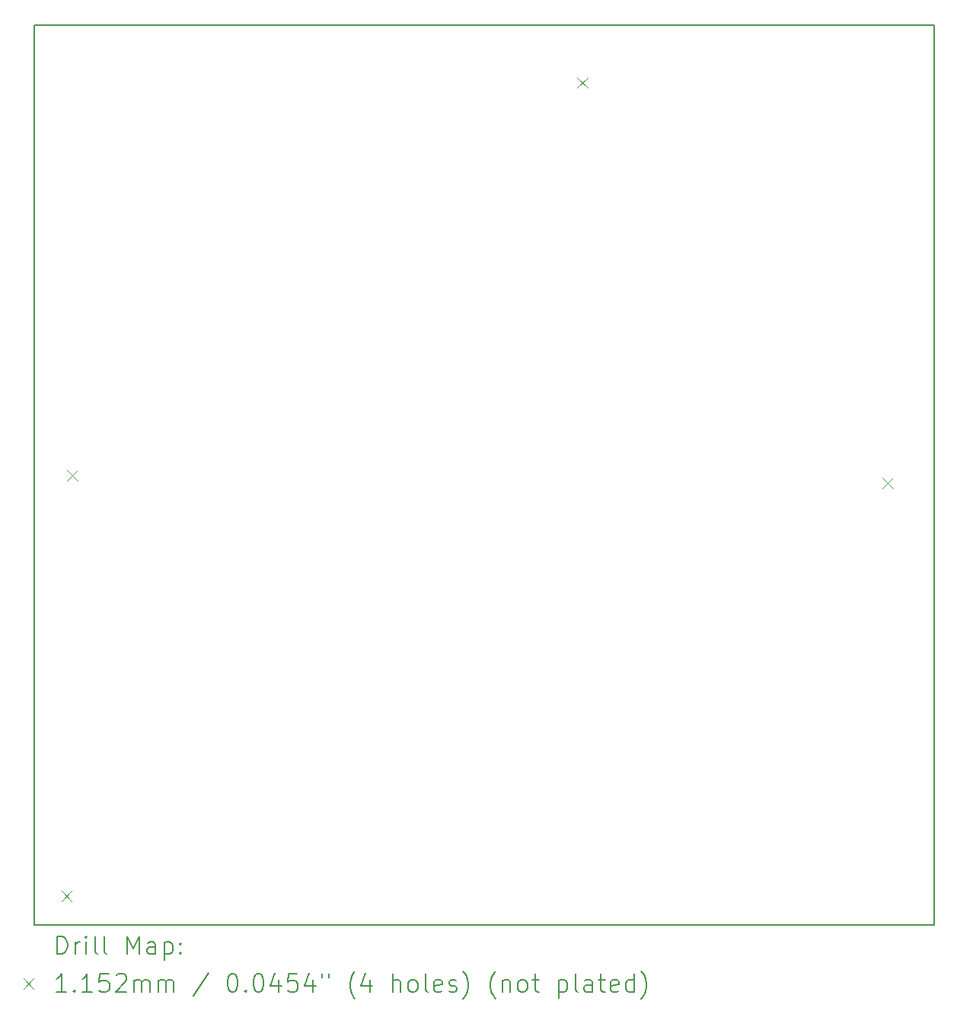
<source format=gbr>
%TF.GenerationSoftware,KiCad,Pcbnew,8.0.8-8.0.8-0~ubuntu24.04.1*%
%TF.CreationDate,2025-01-18T17:05:32+01:00*%
%TF.ProjectId,rf_lna,72665f6c-6e61-42e6-9b69-6361645f7063,rev?*%
%TF.SameCoordinates,Original*%
%TF.FileFunction,Drillmap*%
%TF.FilePolarity,Positive*%
%FSLAX45Y45*%
G04 Gerber Fmt 4.5, Leading zero omitted, Abs format (unit mm)*
G04 Created by KiCad (PCBNEW 8.0.8-8.0.8-0~ubuntu24.04.1) date 2025-01-18 17:05:32*
%MOMM*%
%LPD*%
G01*
G04 APERTURE LIST*
%ADD10C,0.200000*%
%ADD11C,0.115200*%
G04 APERTURE END LIST*
D10*
X5000000Y-5000000D02*
X15000000Y-5000000D01*
X15000000Y-15000000D01*
X5000000Y-15000000D01*
X5000000Y-5000000D01*
D11*
X5298400Y-14619400D02*
X5413600Y-14734600D01*
X5413600Y-14619400D02*
X5298400Y-14734600D01*
X5364400Y-9946400D02*
X5479600Y-10061600D01*
X5479600Y-9946400D02*
X5364400Y-10061600D01*
X11035400Y-5580400D02*
X11150600Y-5695600D01*
X11150600Y-5580400D02*
X11035400Y-5695600D01*
X14428400Y-10029400D02*
X14543600Y-10144600D01*
X14543600Y-10029400D02*
X14428400Y-10144600D01*
D10*
X5250777Y-15321484D02*
X5250777Y-15121484D01*
X5250777Y-15121484D02*
X5298396Y-15121484D01*
X5298396Y-15121484D02*
X5326967Y-15131008D01*
X5326967Y-15131008D02*
X5346015Y-15150055D01*
X5346015Y-15150055D02*
X5355539Y-15169103D01*
X5355539Y-15169103D02*
X5365063Y-15207198D01*
X5365063Y-15207198D02*
X5365063Y-15235769D01*
X5365063Y-15235769D02*
X5355539Y-15273865D01*
X5355539Y-15273865D02*
X5346015Y-15292912D01*
X5346015Y-15292912D02*
X5326967Y-15311960D01*
X5326967Y-15311960D02*
X5298396Y-15321484D01*
X5298396Y-15321484D02*
X5250777Y-15321484D01*
X5450777Y-15321484D02*
X5450777Y-15188150D01*
X5450777Y-15226246D02*
X5460301Y-15207198D01*
X5460301Y-15207198D02*
X5469824Y-15197674D01*
X5469824Y-15197674D02*
X5488872Y-15188150D01*
X5488872Y-15188150D02*
X5507920Y-15188150D01*
X5574586Y-15321484D02*
X5574586Y-15188150D01*
X5574586Y-15121484D02*
X5565063Y-15131008D01*
X5565063Y-15131008D02*
X5574586Y-15140531D01*
X5574586Y-15140531D02*
X5584110Y-15131008D01*
X5584110Y-15131008D02*
X5574586Y-15121484D01*
X5574586Y-15121484D02*
X5574586Y-15140531D01*
X5698396Y-15321484D02*
X5679348Y-15311960D01*
X5679348Y-15311960D02*
X5669824Y-15292912D01*
X5669824Y-15292912D02*
X5669824Y-15121484D01*
X5803158Y-15321484D02*
X5784110Y-15311960D01*
X5784110Y-15311960D02*
X5774586Y-15292912D01*
X5774586Y-15292912D02*
X5774586Y-15121484D01*
X6031729Y-15321484D02*
X6031729Y-15121484D01*
X6031729Y-15121484D02*
X6098396Y-15264341D01*
X6098396Y-15264341D02*
X6165062Y-15121484D01*
X6165062Y-15121484D02*
X6165062Y-15321484D01*
X6346015Y-15321484D02*
X6346015Y-15216722D01*
X6346015Y-15216722D02*
X6336491Y-15197674D01*
X6336491Y-15197674D02*
X6317443Y-15188150D01*
X6317443Y-15188150D02*
X6279348Y-15188150D01*
X6279348Y-15188150D02*
X6260301Y-15197674D01*
X6346015Y-15311960D02*
X6326967Y-15321484D01*
X6326967Y-15321484D02*
X6279348Y-15321484D01*
X6279348Y-15321484D02*
X6260301Y-15311960D01*
X6260301Y-15311960D02*
X6250777Y-15292912D01*
X6250777Y-15292912D02*
X6250777Y-15273865D01*
X6250777Y-15273865D02*
X6260301Y-15254817D01*
X6260301Y-15254817D02*
X6279348Y-15245293D01*
X6279348Y-15245293D02*
X6326967Y-15245293D01*
X6326967Y-15245293D02*
X6346015Y-15235769D01*
X6441253Y-15188150D02*
X6441253Y-15388150D01*
X6441253Y-15197674D02*
X6460301Y-15188150D01*
X6460301Y-15188150D02*
X6498396Y-15188150D01*
X6498396Y-15188150D02*
X6517443Y-15197674D01*
X6517443Y-15197674D02*
X6526967Y-15207198D01*
X6526967Y-15207198D02*
X6536491Y-15226246D01*
X6536491Y-15226246D02*
X6536491Y-15283388D01*
X6536491Y-15283388D02*
X6526967Y-15302436D01*
X6526967Y-15302436D02*
X6517443Y-15311960D01*
X6517443Y-15311960D02*
X6498396Y-15321484D01*
X6498396Y-15321484D02*
X6460301Y-15321484D01*
X6460301Y-15321484D02*
X6441253Y-15311960D01*
X6622205Y-15302436D02*
X6631729Y-15311960D01*
X6631729Y-15311960D02*
X6622205Y-15321484D01*
X6622205Y-15321484D02*
X6612682Y-15311960D01*
X6612682Y-15311960D02*
X6622205Y-15302436D01*
X6622205Y-15302436D02*
X6622205Y-15321484D01*
X6622205Y-15197674D02*
X6631729Y-15207198D01*
X6631729Y-15207198D02*
X6622205Y-15216722D01*
X6622205Y-15216722D02*
X6612682Y-15207198D01*
X6612682Y-15207198D02*
X6622205Y-15197674D01*
X6622205Y-15197674D02*
X6622205Y-15216722D01*
D11*
X4874800Y-15592400D02*
X4990000Y-15707600D01*
X4990000Y-15592400D02*
X4874800Y-15707600D01*
D10*
X5355539Y-15741484D02*
X5241253Y-15741484D01*
X5298396Y-15741484D02*
X5298396Y-15541484D01*
X5298396Y-15541484D02*
X5279348Y-15570055D01*
X5279348Y-15570055D02*
X5260301Y-15589103D01*
X5260301Y-15589103D02*
X5241253Y-15598627D01*
X5441253Y-15722436D02*
X5450777Y-15731960D01*
X5450777Y-15731960D02*
X5441253Y-15741484D01*
X5441253Y-15741484D02*
X5431729Y-15731960D01*
X5431729Y-15731960D02*
X5441253Y-15722436D01*
X5441253Y-15722436D02*
X5441253Y-15741484D01*
X5641253Y-15741484D02*
X5526967Y-15741484D01*
X5584110Y-15741484D02*
X5584110Y-15541484D01*
X5584110Y-15541484D02*
X5565063Y-15570055D01*
X5565063Y-15570055D02*
X5546015Y-15589103D01*
X5546015Y-15589103D02*
X5526967Y-15598627D01*
X5822205Y-15541484D02*
X5726967Y-15541484D01*
X5726967Y-15541484D02*
X5717443Y-15636722D01*
X5717443Y-15636722D02*
X5726967Y-15627198D01*
X5726967Y-15627198D02*
X5746015Y-15617674D01*
X5746015Y-15617674D02*
X5793634Y-15617674D01*
X5793634Y-15617674D02*
X5812682Y-15627198D01*
X5812682Y-15627198D02*
X5822205Y-15636722D01*
X5822205Y-15636722D02*
X5831729Y-15655769D01*
X5831729Y-15655769D02*
X5831729Y-15703388D01*
X5831729Y-15703388D02*
X5822205Y-15722436D01*
X5822205Y-15722436D02*
X5812682Y-15731960D01*
X5812682Y-15731960D02*
X5793634Y-15741484D01*
X5793634Y-15741484D02*
X5746015Y-15741484D01*
X5746015Y-15741484D02*
X5726967Y-15731960D01*
X5726967Y-15731960D02*
X5717443Y-15722436D01*
X5907920Y-15560531D02*
X5917443Y-15551008D01*
X5917443Y-15551008D02*
X5936491Y-15541484D01*
X5936491Y-15541484D02*
X5984110Y-15541484D01*
X5984110Y-15541484D02*
X6003158Y-15551008D01*
X6003158Y-15551008D02*
X6012682Y-15560531D01*
X6012682Y-15560531D02*
X6022205Y-15579579D01*
X6022205Y-15579579D02*
X6022205Y-15598627D01*
X6022205Y-15598627D02*
X6012682Y-15627198D01*
X6012682Y-15627198D02*
X5898396Y-15741484D01*
X5898396Y-15741484D02*
X6022205Y-15741484D01*
X6107920Y-15741484D02*
X6107920Y-15608150D01*
X6107920Y-15627198D02*
X6117443Y-15617674D01*
X6117443Y-15617674D02*
X6136491Y-15608150D01*
X6136491Y-15608150D02*
X6165063Y-15608150D01*
X6165063Y-15608150D02*
X6184110Y-15617674D01*
X6184110Y-15617674D02*
X6193634Y-15636722D01*
X6193634Y-15636722D02*
X6193634Y-15741484D01*
X6193634Y-15636722D02*
X6203158Y-15617674D01*
X6203158Y-15617674D02*
X6222205Y-15608150D01*
X6222205Y-15608150D02*
X6250777Y-15608150D01*
X6250777Y-15608150D02*
X6269824Y-15617674D01*
X6269824Y-15617674D02*
X6279348Y-15636722D01*
X6279348Y-15636722D02*
X6279348Y-15741484D01*
X6374586Y-15741484D02*
X6374586Y-15608150D01*
X6374586Y-15627198D02*
X6384110Y-15617674D01*
X6384110Y-15617674D02*
X6403158Y-15608150D01*
X6403158Y-15608150D02*
X6431729Y-15608150D01*
X6431729Y-15608150D02*
X6450777Y-15617674D01*
X6450777Y-15617674D02*
X6460301Y-15636722D01*
X6460301Y-15636722D02*
X6460301Y-15741484D01*
X6460301Y-15636722D02*
X6469824Y-15617674D01*
X6469824Y-15617674D02*
X6488872Y-15608150D01*
X6488872Y-15608150D02*
X6517443Y-15608150D01*
X6517443Y-15608150D02*
X6536491Y-15617674D01*
X6536491Y-15617674D02*
X6546015Y-15636722D01*
X6546015Y-15636722D02*
X6546015Y-15741484D01*
X6936491Y-15531960D02*
X6765063Y-15789103D01*
X7193634Y-15541484D02*
X7212682Y-15541484D01*
X7212682Y-15541484D02*
X7231729Y-15551008D01*
X7231729Y-15551008D02*
X7241253Y-15560531D01*
X7241253Y-15560531D02*
X7250777Y-15579579D01*
X7250777Y-15579579D02*
X7260301Y-15617674D01*
X7260301Y-15617674D02*
X7260301Y-15665293D01*
X7260301Y-15665293D02*
X7250777Y-15703388D01*
X7250777Y-15703388D02*
X7241253Y-15722436D01*
X7241253Y-15722436D02*
X7231729Y-15731960D01*
X7231729Y-15731960D02*
X7212682Y-15741484D01*
X7212682Y-15741484D02*
X7193634Y-15741484D01*
X7193634Y-15741484D02*
X7174586Y-15731960D01*
X7174586Y-15731960D02*
X7165063Y-15722436D01*
X7165063Y-15722436D02*
X7155539Y-15703388D01*
X7155539Y-15703388D02*
X7146015Y-15665293D01*
X7146015Y-15665293D02*
X7146015Y-15617674D01*
X7146015Y-15617674D02*
X7155539Y-15579579D01*
X7155539Y-15579579D02*
X7165063Y-15560531D01*
X7165063Y-15560531D02*
X7174586Y-15551008D01*
X7174586Y-15551008D02*
X7193634Y-15541484D01*
X7346015Y-15722436D02*
X7355539Y-15731960D01*
X7355539Y-15731960D02*
X7346015Y-15741484D01*
X7346015Y-15741484D02*
X7336491Y-15731960D01*
X7336491Y-15731960D02*
X7346015Y-15722436D01*
X7346015Y-15722436D02*
X7346015Y-15741484D01*
X7479348Y-15541484D02*
X7498396Y-15541484D01*
X7498396Y-15541484D02*
X7517444Y-15551008D01*
X7517444Y-15551008D02*
X7526967Y-15560531D01*
X7526967Y-15560531D02*
X7536491Y-15579579D01*
X7536491Y-15579579D02*
X7546015Y-15617674D01*
X7546015Y-15617674D02*
X7546015Y-15665293D01*
X7546015Y-15665293D02*
X7536491Y-15703388D01*
X7536491Y-15703388D02*
X7526967Y-15722436D01*
X7526967Y-15722436D02*
X7517444Y-15731960D01*
X7517444Y-15731960D02*
X7498396Y-15741484D01*
X7498396Y-15741484D02*
X7479348Y-15741484D01*
X7479348Y-15741484D02*
X7460301Y-15731960D01*
X7460301Y-15731960D02*
X7450777Y-15722436D01*
X7450777Y-15722436D02*
X7441253Y-15703388D01*
X7441253Y-15703388D02*
X7431729Y-15665293D01*
X7431729Y-15665293D02*
X7431729Y-15617674D01*
X7431729Y-15617674D02*
X7441253Y-15579579D01*
X7441253Y-15579579D02*
X7450777Y-15560531D01*
X7450777Y-15560531D02*
X7460301Y-15551008D01*
X7460301Y-15551008D02*
X7479348Y-15541484D01*
X7717444Y-15608150D02*
X7717444Y-15741484D01*
X7669825Y-15531960D02*
X7622206Y-15674817D01*
X7622206Y-15674817D02*
X7746015Y-15674817D01*
X7917444Y-15541484D02*
X7822206Y-15541484D01*
X7822206Y-15541484D02*
X7812682Y-15636722D01*
X7812682Y-15636722D02*
X7822206Y-15627198D01*
X7822206Y-15627198D02*
X7841253Y-15617674D01*
X7841253Y-15617674D02*
X7888872Y-15617674D01*
X7888872Y-15617674D02*
X7907920Y-15627198D01*
X7907920Y-15627198D02*
X7917444Y-15636722D01*
X7917444Y-15636722D02*
X7926967Y-15655769D01*
X7926967Y-15655769D02*
X7926967Y-15703388D01*
X7926967Y-15703388D02*
X7917444Y-15722436D01*
X7917444Y-15722436D02*
X7907920Y-15731960D01*
X7907920Y-15731960D02*
X7888872Y-15741484D01*
X7888872Y-15741484D02*
X7841253Y-15741484D01*
X7841253Y-15741484D02*
X7822206Y-15731960D01*
X7822206Y-15731960D02*
X7812682Y-15722436D01*
X8098396Y-15608150D02*
X8098396Y-15741484D01*
X8050777Y-15531960D02*
X8003158Y-15674817D01*
X8003158Y-15674817D02*
X8126967Y-15674817D01*
X8193634Y-15541484D02*
X8193634Y-15579579D01*
X8269825Y-15541484D02*
X8269825Y-15579579D01*
X8565063Y-15817674D02*
X8555539Y-15808150D01*
X8555539Y-15808150D02*
X8536491Y-15779579D01*
X8536491Y-15779579D02*
X8526968Y-15760531D01*
X8526968Y-15760531D02*
X8517444Y-15731960D01*
X8517444Y-15731960D02*
X8507920Y-15684341D01*
X8507920Y-15684341D02*
X8507920Y-15646246D01*
X8507920Y-15646246D02*
X8517444Y-15598627D01*
X8517444Y-15598627D02*
X8526968Y-15570055D01*
X8526968Y-15570055D02*
X8536491Y-15551008D01*
X8536491Y-15551008D02*
X8555539Y-15522436D01*
X8555539Y-15522436D02*
X8565063Y-15512912D01*
X8726968Y-15608150D02*
X8726968Y-15741484D01*
X8679349Y-15531960D02*
X8631730Y-15674817D01*
X8631730Y-15674817D02*
X8755539Y-15674817D01*
X8984111Y-15741484D02*
X8984111Y-15541484D01*
X9069825Y-15741484D02*
X9069825Y-15636722D01*
X9069825Y-15636722D02*
X9060301Y-15617674D01*
X9060301Y-15617674D02*
X9041253Y-15608150D01*
X9041253Y-15608150D02*
X9012682Y-15608150D01*
X9012682Y-15608150D02*
X8993634Y-15617674D01*
X8993634Y-15617674D02*
X8984111Y-15627198D01*
X9193634Y-15741484D02*
X9174587Y-15731960D01*
X9174587Y-15731960D02*
X9165063Y-15722436D01*
X9165063Y-15722436D02*
X9155539Y-15703388D01*
X9155539Y-15703388D02*
X9155539Y-15646246D01*
X9155539Y-15646246D02*
X9165063Y-15627198D01*
X9165063Y-15627198D02*
X9174587Y-15617674D01*
X9174587Y-15617674D02*
X9193634Y-15608150D01*
X9193634Y-15608150D02*
X9222206Y-15608150D01*
X9222206Y-15608150D02*
X9241253Y-15617674D01*
X9241253Y-15617674D02*
X9250777Y-15627198D01*
X9250777Y-15627198D02*
X9260301Y-15646246D01*
X9260301Y-15646246D02*
X9260301Y-15703388D01*
X9260301Y-15703388D02*
X9250777Y-15722436D01*
X9250777Y-15722436D02*
X9241253Y-15731960D01*
X9241253Y-15731960D02*
X9222206Y-15741484D01*
X9222206Y-15741484D02*
X9193634Y-15741484D01*
X9374587Y-15741484D02*
X9355539Y-15731960D01*
X9355539Y-15731960D02*
X9346015Y-15712912D01*
X9346015Y-15712912D02*
X9346015Y-15541484D01*
X9526968Y-15731960D02*
X9507920Y-15741484D01*
X9507920Y-15741484D02*
X9469825Y-15741484D01*
X9469825Y-15741484D02*
X9450777Y-15731960D01*
X9450777Y-15731960D02*
X9441253Y-15712912D01*
X9441253Y-15712912D02*
X9441253Y-15636722D01*
X9441253Y-15636722D02*
X9450777Y-15617674D01*
X9450777Y-15617674D02*
X9469825Y-15608150D01*
X9469825Y-15608150D02*
X9507920Y-15608150D01*
X9507920Y-15608150D02*
X9526968Y-15617674D01*
X9526968Y-15617674D02*
X9536492Y-15636722D01*
X9536492Y-15636722D02*
X9536492Y-15655769D01*
X9536492Y-15655769D02*
X9441253Y-15674817D01*
X9612682Y-15731960D02*
X9631730Y-15741484D01*
X9631730Y-15741484D02*
X9669825Y-15741484D01*
X9669825Y-15741484D02*
X9688873Y-15731960D01*
X9688873Y-15731960D02*
X9698396Y-15712912D01*
X9698396Y-15712912D02*
X9698396Y-15703388D01*
X9698396Y-15703388D02*
X9688873Y-15684341D01*
X9688873Y-15684341D02*
X9669825Y-15674817D01*
X9669825Y-15674817D02*
X9641253Y-15674817D01*
X9641253Y-15674817D02*
X9622206Y-15665293D01*
X9622206Y-15665293D02*
X9612682Y-15646246D01*
X9612682Y-15646246D02*
X9612682Y-15636722D01*
X9612682Y-15636722D02*
X9622206Y-15617674D01*
X9622206Y-15617674D02*
X9641253Y-15608150D01*
X9641253Y-15608150D02*
X9669825Y-15608150D01*
X9669825Y-15608150D02*
X9688873Y-15617674D01*
X9765063Y-15817674D02*
X9774587Y-15808150D01*
X9774587Y-15808150D02*
X9793634Y-15779579D01*
X9793634Y-15779579D02*
X9803158Y-15760531D01*
X9803158Y-15760531D02*
X9812682Y-15731960D01*
X9812682Y-15731960D02*
X9822206Y-15684341D01*
X9822206Y-15684341D02*
X9822206Y-15646246D01*
X9822206Y-15646246D02*
X9812682Y-15598627D01*
X9812682Y-15598627D02*
X9803158Y-15570055D01*
X9803158Y-15570055D02*
X9793634Y-15551008D01*
X9793634Y-15551008D02*
X9774587Y-15522436D01*
X9774587Y-15522436D02*
X9765063Y-15512912D01*
X10126968Y-15817674D02*
X10117444Y-15808150D01*
X10117444Y-15808150D02*
X10098396Y-15779579D01*
X10098396Y-15779579D02*
X10088873Y-15760531D01*
X10088873Y-15760531D02*
X10079349Y-15731960D01*
X10079349Y-15731960D02*
X10069825Y-15684341D01*
X10069825Y-15684341D02*
X10069825Y-15646246D01*
X10069825Y-15646246D02*
X10079349Y-15598627D01*
X10079349Y-15598627D02*
X10088873Y-15570055D01*
X10088873Y-15570055D02*
X10098396Y-15551008D01*
X10098396Y-15551008D02*
X10117444Y-15522436D01*
X10117444Y-15522436D02*
X10126968Y-15512912D01*
X10203158Y-15608150D02*
X10203158Y-15741484D01*
X10203158Y-15627198D02*
X10212682Y-15617674D01*
X10212682Y-15617674D02*
X10231730Y-15608150D01*
X10231730Y-15608150D02*
X10260301Y-15608150D01*
X10260301Y-15608150D02*
X10279349Y-15617674D01*
X10279349Y-15617674D02*
X10288873Y-15636722D01*
X10288873Y-15636722D02*
X10288873Y-15741484D01*
X10412682Y-15741484D02*
X10393634Y-15731960D01*
X10393634Y-15731960D02*
X10384111Y-15722436D01*
X10384111Y-15722436D02*
X10374587Y-15703388D01*
X10374587Y-15703388D02*
X10374587Y-15646246D01*
X10374587Y-15646246D02*
X10384111Y-15627198D01*
X10384111Y-15627198D02*
X10393634Y-15617674D01*
X10393634Y-15617674D02*
X10412682Y-15608150D01*
X10412682Y-15608150D02*
X10441254Y-15608150D01*
X10441254Y-15608150D02*
X10460301Y-15617674D01*
X10460301Y-15617674D02*
X10469825Y-15627198D01*
X10469825Y-15627198D02*
X10479349Y-15646246D01*
X10479349Y-15646246D02*
X10479349Y-15703388D01*
X10479349Y-15703388D02*
X10469825Y-15722436D01*
X10469825Y-15722436D02*
X10460301Y-15731960D01*
X10460301Y-15731960D02*
X10441254Y-15741484D01*
X10441254Y-15741484D02*
X10412682Y-15741484D01*
X10536492Y-15608150D02*
X10612682Y-15608150D01*
X10565063Y-15541484D02*
X10565063Y-15712912D01*
X10565063Y-15712912D02*
X10574587Y-15731960D01*
X10574587Y-15731960D02*
X10593634Y-15741484D01*
X10593634Y-15741484D02*
X10612682Y-15741484D01*
X10831730Y-15608150D02*
X10831730Y-15808150D01*
X10831730Y-15617674D02*
X10850777Y-15608150D01*
X10850777Y-15608150D02*
X10888873Y-15608150D01*
X10888873Y-15608150D02*
X10907920Y-15617674D01*
X10907920Y-15617674D02*
X10917444Y-15627198D01*
X10917444Y-15627198D02*
X10926968Y-15646246D01*
X10926968Y-15646246D02*
X10926968Y-15703388D01*
X10926968Y-15703388D02*
X10917444Y-15722436D01*
X10917444Y-15722436D02*
X10907920Y-15731960D01*
X10907920Y-15731960D02*
X10888873Y-15741484D01*
X10888873Y-15741484D02*
X10850777Y-15741484D01*
X10850777Y-15741484D02*
X10831730Y-15731960D01*
X11041254Y-15741484D02*
X11022206Y-15731960D01*
X11022206Y-15731960D02*
X11012682Y-15712912D01*
X11012682Y-15712912D02*
X11012682Y-15541484D01*
X11203158Y-15741484D02*
X11203158Y-15636722D01*
X11203158Y-15636722D02*
X11193634Y-15617674D01*
X11193634Y-15617674D02*
X11174587Y-15608150D01*
X11174587Y-15608150D02*
X11136492Y-15608150D01*
X11136492Y-15608150D02*
X11117444Y-15617674D01*
X11203158Y-15731960D02*
X11184111Y-15741484D01*
X11184111Y-15741484D02*
X11136492Y-15741484D01*
X11136492Y-15741484D02*
X11117444Y-15731960D01*
X11117444Y-15731960D02*
X11107920Y-15712912D01*
X11107920Y-15712912D02*
X11107920Y-15693865D01*
X11107920Y-15693865D02*
X11117444Y-15674817D01*
X11117444Y-15674817D02*
X11136492Y-15665293D01*
X11136492Y-15665293D02*
X11184111Y-15665293D01*
X11184111Y-15665293D02*
X11203158Y-15655769D01*
X11269825Y-15608150D02*
X11346015Y-15608150D01*
X11298396Y-15541484D02*
X11298396Y-15712912D01*
X11298396Y-15712912D02*
X11307920Y-15731960D01*
X11307920Y-15731960D02*
X11326968Y-15741484D01*
X11326968Y-15741484D02*
X11346015Y-15741484D01*
X11488873Y-15731960D02*
X11469825Y-15741484D01*
X11469825Y-15741484D02*
X11431730Y-15741484D01*
X11431730Y-15741484D02*
X11412682Y-15731960D01*
X11412682Y-15731960D02*
X11403158Y-15712912D01*
X11403158Y-15712912D02*
X11403158Y-15636722D01*
X11403158Y-15636722D02*
X11412682Y-15617674D01*
X11412682Y-15617674D02*
X11431730Y-15608150D01*
X11431730Y-15608150D02*
X11469825Y-15608150D01*
X11469825Y-15608150D02*
X11488873Y-15617674D01*
X11488873Y-15617674D02*
X11498396Y-15636722D01*
X11498396Y-15636722D02*
X11498396Y-15655769D01*
X11498396Y-15655769D02*
X11403158Y-15674817D01*
X11669825Y-15741484D02*
X11669825Y-15541484D01*
X11669825Y-15731960D02*
X11650777Y-15741484D01*
X11650777Y-15741484D02*
X11612682Y-15741484D01*
X11612682Y-15741484D02*
X11593634Y-15731960D01*
X11593634Y-15731960D02*
X11584111Y-15722436D01*
X11584111Y-15722436D02*
X11574587Y-15703388D01*
X11574587Y-15703388D02*
X11574587Y-15646246D01*
X11574587Y-15646246D02*
X11584111Y-15627198D01*
X11584111Y-15627198D02*
X11593634Y-15617674D01*
X11593634Y-15617674D02*
X11612682Y-15608150D01*
X11612682Y-15608150D02*
X11650777Y-15608150D01*
X11650777Y-15608150D02*
X11669825Y-15617674D01*
X11746015Y-15817674D02*
X11755539Y-15808150D01*
X11755539Y-15808150D02*
X11774587Y-15779579D01*
X11774587Y-15779579D02*
X11784111Y-15760531D01*
X11784111Y-15760531D02*
X11793634Y-15731960D01*
X11793634Y-15731960D02*
X11803158Y-15684341D01*
X11803158Y-15684341D02*
X11803158Y-15646246D01*
X11803158Y-15646246D02*
X11793634Y-15598627D01*
X11793634Y-15598627D02*
X11784111Y-15570055D01*
X11784111Y-15570055D02*
X11774587Y-15551008D01*
X11774587Y-15551008D02*
X11755539Y-15522436D01*
X11755539Y-15522436D02*
X11746015Y-15512912D01*
M02*

</source>
